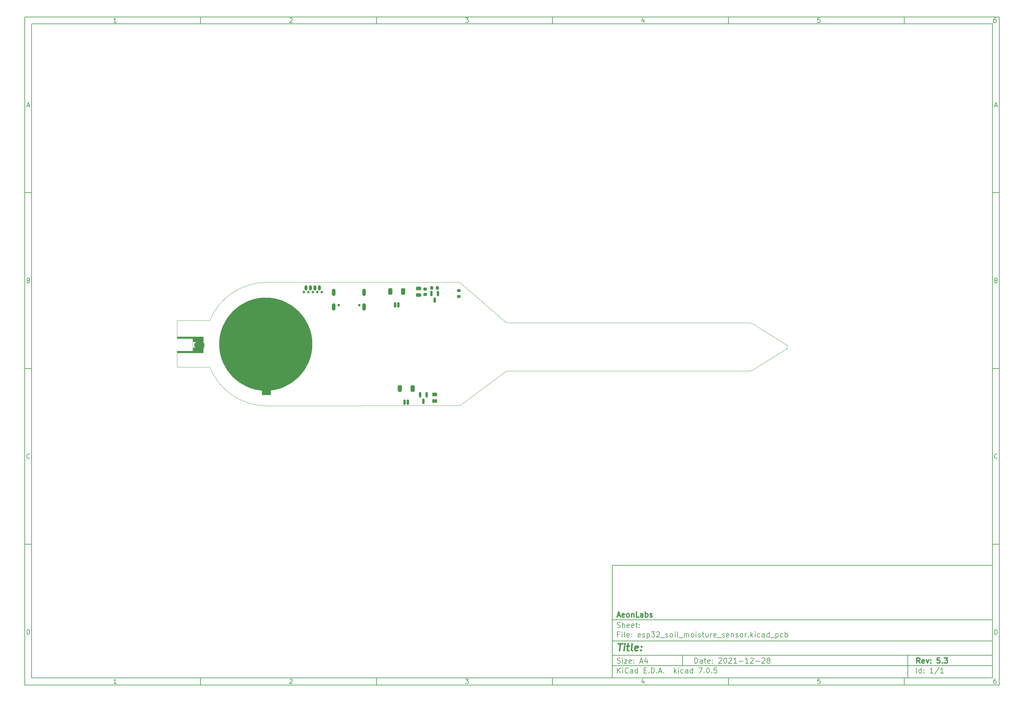
<source format=gbr>
%TF.GenerationSoftware,KiCad,Pcbnew,7.0.5*%
%TF.CreationDate,2023-06-02T10:03:58+02:00*%
%TF.ProjectId,esp32_soil_moisture_sensor,65737033-325f-4736-9f69-6c5f6d6f6973,5.3*%
%TF.SameCoordinates,Original*%
%TF.FileFunction,Soldermask,Bot*%
%TF.FilePolarity,Negative*%
%FSLAX46Y46*%
G04 Gerber Fmt 4.6, Leading zero omitted, Abs format (unit mm)*
G04 Created by KiCad (PCBNEW 7.0.5) date 2023-06-02 10:03:58*
%MOMM*%
%LPD*%
G01*
G04 APERTURE LIST*
G04 Aperture macros list*
%AMRoundRect*
0 Rectangle with rounded corners*
0 $1 Rounding radius*
0 $2 $3 $4 $5 $6 $7 $8 $9 X,Y pos of 4 corners*
0 Add a 4 corners polygon primitive as box body*
4,1,4,$2,$3,$4,$5,$6,$7,$8,$9,$2,$3,0*
0 Add four circle primitives for the rounded corners*
1,1,$1+$1,$2,$3*
1,1,$1+$1,$4,$5*
1,1,$1+$1,$6,$7*
1,1,$1+$1,$8,$9*
0 Add four rect primitives between the rounded corners*
20,1,$1+$1,$2,$3,$4,$5,0*
20,1,$1+$1,$4,$5,$6,$7,0*
20,1,$1+$1,$6,$7,$8,$9,0*
20,1,$1+$1,$8,$9,$2,$3,0*%
%AMFreePoly0*
4,1,7,1.500000,-0.775000,-1.500000,-0.775000,-1.500000,0.225000,-6.000000,0.225000,-6.000000,0.775000,1.500000,0.775000,1.500000,-0.775000,1.500000,-0.775000,$1*%
%AMFreePoly1*
4,1,8,1.500000,-0.775000,-1.500000,-0.775000,-6.000000,-0.775000,-6.000000,-0.225000,-1.500000,-0.225000,-1.500000,0.775000,1.500000,0.775000,1.500000,-0.775000,1.500000,-0.775000,$1*%
G04 Aperture macros list end*
%ADD10C,0.100000*%
%ADD11C,0.150000*%
%ADD12C,0.300000*%
%ADD13C,0.400000*%
%ADD14C,2.800000*%
%ADD15C,0.700000*%
%ADD16O,1.050000X2.100000*%
%ADD17O,0.800000X1.500000*%
%ADD18RoundRect,0.200000X0.200000X0.275000X-0.200000X0.275000X-0.200000X-0.275000X0.200000X-0.275000X0*%
%ADD19RoundRect,0.225000X-0.250000X0.225000X-0.250000X-0.225000X0.250000X-0.225000X0.250000X0.225000X0*%
%ADD20R,2.600000X1.100000*%
%ADD21FreePoly0,0.000000*%
%ADD22FreePoly1,0.000000*%
%ADD23RoundRect,0.150000X-0.150000X0.587500X-0.150000X-0.587500X0.150000X-0.587500X0.150000X0.587500X0*%
%ADD24RoundRect,0.150000X-0.150000X-0.625000X0.150000X-0.625000X0.150000X0.625000X-0.150000X0.625000X0*%
%ADD25RoundRect,0.250000X-0.350000X-0.650000X0.350000X-0.650000X0.350000X0.650000X-0.350000X0.650000X0*%
%ADD26R,2.500000X2.500000*%
%ADD27C,26.500000*%
%ADD28RoundRect,0.200000X0.275000X-0.200000X0.275000X0.200000X-0.275000X0.200000X-0.275000X-0.200000X0*%
%ADD29RoundRect,0.250000X-0.450000X0.262500X-0.450000X-0.262500X0.450000X-0.262500X0.450000X0.262500X0*%
%ADD30RoundRect,0.250000X-0.475000X0.250000X-0.475000X-0.250000X0.475000X-0.250000X0.475000X0.250000X0*%
%TA.AperFunction,Profile*%
%ADD31C,0.050000*%
%TD*%
%TA.AperFunction,Profile*%
%ADD32C,0.100000*%
%TD*%
G04 APERTURE END LIST*
D10*
D11*
X177002200Y-166007200D02*
X285002200Y-166007200D01*
X285002200Y-198007200D01*
X177002200Y-198007200D01*
X177002200Y-166007200D01*
D10*
D11*
X10000000Y-10000000D02*
X287002200Y-10000000D01*
X287002200Y-200007200D01*
X10000000Y-200007200D01*
X10000000Y-10000000D01*
D10*
D11*
X12000000Y-12000000D02*
X285002200Y-12000000D01*
X285002200Y-198007200D01*
X12000000Y-198007200D01*
X12000000Y-12000000D01*
D10*
D11*
X60000000Y-12000000D02*
X60000000Y-10000000D01*
D10*
D11*
X110000000Y-12000000D02*
X110000000Y-10000000D01*
D10*
D11*
X160000000Y-12000000D02*
X160000000Y-10000000D01*
D10*
D11*
X210000000Y-12000000D02*
X210000000Y-10000000D01*
D10*
D11*
X260000000Y-12000000D02*
X260000000Y-10000000D01*
D10*
D11*
X36089160Y-11593604D02*
X35346303Y-11593604D01*
X35717731Y-11593604D02*
X35717731Y-10293604D01*
X35717731Y-10293604D02*
X35593922Y-10479319D01*
X35593922Y-10479319D02*
X35470112Y-10603128D01*
X35470112Y-10603128D02*
X35346303Y-10665033D01*
D10*
D11*
X85346303Y-10417414D02*
X85408207Y-10355509D01*
X85408207Y-10355509D02*
X85532017Y-10293604D01*
X85532017Y-10293604D02*
X85841541Y-10293604D01*
X85841541Y-10293604D02*
X85965350Y-10355509D01*
X85965350Y-10355509D02*
X86027255Y-10417414D01*
X86027255Y-10417414D02*
X86089160Y-10541223D01*
X86089160Y-10541223D02*
X86089160Y-10665033D01*
X86089160Y-10665033D02*
X86027255Y-10850747D01*
X86027255Y-10850747D02*
X85284398Y-11593604D01*
X85284398Y-11593604D02*
X86089160Y-11593604D01*
D10*
D11*
X135284398Y-10293604D02*
X136089160Y-10293604D01*
X136089160Y-10293604D02*
X135655826Y-10788842D01*
X135655826Y-10788842D02*
X135841541Y-10788842D01*
X135841541Y-10788842D02*
X135965350Y-10850747D01*
X135965350Y-10850747D02*
X136027255Y-10912652D01*
X136027255Y-10912652D02*
X136089160Y-11036461D01*
X136089160Y-11036461D02*
X136089160Y-11345985D01*
X136089160Y-11345985D02*
X136027255Y-11469795D01*
X136027255Y-11469795D02*
X135965350Y-11531700D01*
X135965350Y-11531700D02*
X135841541Y-11593604D01*
X135841541Y-11593604D02*
X135470112Y-11593604D01*
X135470112Y-11593604D02*
X135346303Y-11531700D01*
X135346303Y-11531700D02*
X135284398Y-11469795D01*
D10*
D11*
X185965350Y-10726938D02*
X185965350Y-11593604D01*
X185655826Y-10231700D02*
X185346303Y-11160271D01*
X185346303Y-11160271D02*
X186151064Y-11160271D01*
D10*
D11*
X236027255Y-10293604D02*
X235408207Y-10293604D01*
X235408207Y-10293604D02*
X235346303Y-10912652D01*
X235346303Y-10912652D02*
X235408207Y-10850747D01*
X235408207Y-10850747D02*
X235532017Y-10788842D01*
X235532017Y-10788842D02*
X235841541Y-10788842D01*
X235841541Y-10788842D02*
X235965350Y-10850747D01*
X235965350Y-10850747D02*
X236027255Y-10912652D01*
X236027255Y-10912652D02*
X236089160Y-11036461D01*
X236089160Y-11036461D02*
X236089160Y-11345985D01*
X236089160Y-11345985D02*
X236027255Y-11469795D01*
X236027255Y-11469795D02*
X235965350Y-11531700D01*
X235965350Y-11531700D02*
X235841541Y-11593604D01*
X235841541Y-11593604D02*
X235532017Y-11593604D01*
X235532017Y-11593604D02*
X235408207Y-11531700D01*
X235408207Y-11531700D02*
X235346303Y-11469795D01*
D10*
D11*
X285965350Y-10293604D02*
X285717731Y-10293604D01*
X285717731Y-10293604D02*
X285593922Y-10355509D01*
X285593922Y-10355509D02*
X285532017Y-10417414D01*
X285532017Y-10417414D02*
X285408207Y-10603128D01*
X285408207Y-10603128D02*
X285346303Y-10850747D01*
X285346303Y-10850747D02*
X285346303Y-11345985D01*
X285346303Y-11345985D02*
X285408207Y-11469795D01*
X285408207Y-11469795D02*
X285470112Y-11531700D01*
X285470112Y-11531700D02*
X285593922Y-11593604D01*
X285593922Y-11593604D02*
X285841541Y-11593604D01*
X285841541Y-11593604D02*
X285965350Y-11531700D01*
X285965350Y-11531700D02*
X286027255Y-11469795D01*
X286027255Y-11469795D02*
X286089160Y-11345985D01*
X286089160Y-11345985D02*
X286089160Y-11036461D01*
X286089160Y-11036461D02*
X286027255Y-10912652D01*
X286027255Y-10912652D02*
X285965350Y-10850747D01*
X285965350Y-10850747D02*
X285841541Y-10788842D01*
X285841541Y-10788842D02*
X285593922Y-10788842D01*
X285593922Y-10788842D02*
X285470112Y-10850747D01*
X285470112Y-10850747D02*
X285408207Y-10912652D01*
X285408207Y-10912652D02*
X285346303Y-11036461D01*
D10*
D11*
X60000000Y-198007200D02*
X60000000Y-200007200D01*
D10*
D11*
X110000000Y-198007200D02*
X110000000Y-200007200D01*
D10*
D11*
X160000000Y-198007200D02*
X160000000Y-200007200D01*
D10*
D11*
X210000000Y-198007200D02*
X210000000Y-200007200D01*
D10*
D11*
X260000000Y-198007200D02*
X260000000Y-200007200D01*
D10*
D11*
X36089160Y-199600804D02*
X35346303Y-199600804D01*
X35717731Y-199600804D02*
X35717731Y-198300804D01*
X35717731Y-198300804D02*
X35593922Y-198486519D01*
X35593922Y-198486519D02*
X35470112Y-198610328D01*
X35470112Y-198610328D02*
X35346303Y-198672233D01*
D10*
D11*
X85346303Y-198424614D02*
X85408207Y-198362709D01*
X85408207Y-198362709D02*
X85532017Y-198300804D01*
X85532017Y-198300804D02*
X85841541Y-198300804D01*
X85841541Y-198300804D02*
X85965350Y-198362709D01*
X85965350Y-198362709D02*
X86027255Y-198424614D01*
X86027255Y-198424614D02*
X86089160Y-198548423D01*
X86089160Y-198548423D02*
X86089160Y-198672233D01*
X86089160Y-198672233D02*
X86027255Y-198857947D01*
X86027255Y-198857947D02*
X85284398Y-199600804D01*
X85284398Y-199600804D02*
X86089160Y-199600804D01*
D10*
D11*
X135284398Y-198300804D02*
X136089160Y-198300804D01*
X136089160Y-198300804D02*
X135655826Y-198796042D01*
X135655826Y-198796042D02*
X135841541Y-198796042D01*
X135841541Y-198796042D02*
X135965350Y-198857947D01*
X135965350Y-198857947D02*
X136027255Y-198919852D01*
X136027255Y-198919852D02*
X136089160Y-199043661D01*
X136089160Y-199043661D02*
X136089160Y-199353185D01*
X136089160Y-199353185D02*
X136027255Y-199476995D01*
X136027255Y-199476995D02*
X135965350Y-199538900D01*
X135965350Y-199538900D02*
X135841541Y-199600804D01*
X135841541Y-199600804D02*
X135470112Y-199600804D01*
X135470112Y-199600804D02*
X135346303Y-199538900D01*
X135346303Y-199538900D02*
X135284398Y-199476995D01*
D10*
D11*
X185965350Y-198734138D02*
X185965350Y-199600804D01*
X185655826Y-198238900D02*
X185346303Y-199167471D01*
X185346303Y-199167471D02*
X186151064Y-199167471D01*
D10*
D11*
X236027255Y-198300804D02*
X235408207Y-198300804D01*
X235408207Y-198300804D02*
X235346303Y-198919852D01*
X235346303Y-198919852D02*
X235408207Y-198857947D01*
X235408207Y-198857947D02*
X235532017Y-198796042D01*
X235532017Y-198796042D02*
X235841541Y-198796042D01*
X235841541Y-198796042D02*
X235965350Y-198857947D01*
X235965350Y-198857947D02*
X236027255Y-198919852D01*
X236027255Y-198919852D02*
X236089160Y-199043661D01*
X236089160Y-199043661D02*
X236089160Y-199353185D01*
X236089160Y-199353185D02*
X236027255Y-199476995D01*
X236027255Y-199476995D02*
X235965350Y-199538900D01*
X235965350Y-199538900D02*
X235841541Y-199600804D01*
X235841541Y-199600804D02*
X235532017Y-199600804D01*
X235532017Y-199600804D02*
X235408207Y-199538900D01*
X235408207Y-199538900D02*
X235346303Y-199476995D01*
D10*
D11*
X285965350Y-198300804D02*
X285717731Y-198300804D01*
X285717731Y-198300804D02*
X285593922Y-198362709D01*
X285593922Y-198362709D02*
X285532017Y-198424614D01*
X285532017Y-198424614D02*
X285408207Y-198610328D01*
X285408207Y-198610328D02*
X285346303Y-198857947D01*
X285346303Y-198857947D02*
X285346303Y-199353185D01*
X285346303Y-199353185D02*
X285408207Y-199476995D01*
X285408207Y-199476995D02*
X285470112Y-199538900D01*
X285470112Y-199538900D02*
X285593922Y-199600804D01*
X285593922Y-199600804D02*
X285841541Y-199600804D01*
X285841541Y-199600804D02*
X285965350Y-199538900D01*
X285965350Y-199538900D02*
X286027255Y-199476995D01*
X286027255Y-199476995D02*
X286089160Y-199353185D01*
X286089160Y-199353185D02*
X286089160Y-199043661D01*
X286089160Y-199043661D02*
X286027255Y-198919852D01*
X286027255Y-198919852D02*
X285965350Y-198857947D01*
X285965350Y-198857947D02*
X285841541Y-198796042D01*
X285841541Y-198796042D02*
X285593922Y-198796042D01*
X285593922Y-198796042D02*
X285470112Y-198857947D01*
X285470112Y-198857947D02*
X285408207Y-198919852D01*
X285408207Y-198919852D02*
X285346303Y-199043661D01*
D10*
D11*
X10000000Y-60000000D02*
X12000000Y-60000000D01*
D10*
D11*
X10000000Y-110000000D02*
X12000000Y-110000000D01*
D10*
D11*
X10000000Y-160000000D02*
X12000000Y-160000000D01*
D10*
D11*
X10690476Y-35222176D02*
X11309523Y-35222176D01*
X10566666Y-35593604D02*
X10999999Y-34293604D01*
X10999999Y-34293604D02*
X11433333Y-35593604D01*
D10*
D11*
X11092857Y-84912652D02*
X11278571Y-84974557D01*
X11278571Y-84974557D02*
X11340476Y-85036461D01*
X11340476Y-85036461D02*
X11402380Y-85160271D01*
X11402380Y-85160271D02*
X11402380Y-85345985D01*
X11402380Y-85345985D02*
X11340476Y-85469795D01*
X11340476Y-85469795D02*
X11278571Y-85531700D01*
X11278571Y-85531700D02*
X11154761Y-85593604D01*
X11154761Y-85593604D02*
X10659523Y-85593604D01*
X10659523Y-85593604D02*
X10659523Y-84293604D01*
X10659523Y-84293604D02*
X11092857Y-84293604D01*
X11092857Y-84293604D02*
X11216666Y-84355509D01*
X11216666Y-84355509D02*
X11278571Y-84417414D01*
X11278571Y-84417414D02*
X11340476Y-84541223D01*
X11340476Y-84541223D02*
X11340476Y-84665033D01*
X11340476Y-84665033D02*
X11278571Y-84788842D01*
X11278571Y-84788842D02*
X11216666Y-84850747D01*
X11216666Y-84850747D02*
X11092857Y-84912652D01*
X11092857Y-84912652D02*
X10659523Y-84912652D01*
D10*
D11*
X11402380Y-135469795D02*
X11340476Y-135531700D01*
X11340476Y-135531700D02*
X11154761Y-135593604D01*
X11154761Y-135593604D02*
X11030952Y-135593604D01*
X11030952Y-135593604D02*
X10845238Y-135531700D01*
X10845238Y-135531700D02*
X10721428Y-135407890D01*
X10721428Y-135407890D02*
X10659523Y-135284080D01*
X10659523Y-135284080D02*
X10597619Y-135036461D01*
X10597619Y-135036461D02*
X10597619Y-134850747D01*
X10597619Y-134850747D02*
X10659523Y-134603128D01*
X10659523Y-134603128D02*
X10721428Y-134479319D01*
X10721428Y-134479319D02*
X10845238Y-134355509D01*
X10845238Y-134355509D02*
X11030952Y-134293604D01*
X11030952Y-134293604D02*
X11154761Y-134293604D01*
X11154761Y-134293604D02*
X11340476Y-134355509D01*
X11340476Y-134355509D02*
X11402380Y-134417414D01*
D10*
D11*
X10659523Y-185593604D02*
X10659523Y-184293604D01*
X10659523Y-184293604D02*
X10969047Y-184293604D01*
X10969047Y-184293604D02*
X11154761Y-184355509D01*
X11154761Y-184355509D02*
X11278571Y-184479319D01*
X11278571Y-184479319D02*
X11340476Y-184603128D01*
X11340476Y-184603128D02*
X11402380Y-184850747D01*
X11402380Y-184850747D02*
X11402380Y-185036461D01*
X11402380Y-185036461D02*
X11340476Y-185284080D01*
X11340476Y-185284080D02*
X11278571Y-185407890D01*
X11278571Y-185407890D02*
X11154761Y-185531700D01*
X11154761Y-185531700D02*
X10969047Y-185593604D01*
X10969047Y-185593604D02*
X10659523Y-185593604D01*
D10*
D11*
X287002200Y-60000000D02*
X285002200Y-60000000D01*
D10*
D11*
X287002200Y-110000000D02*
X285002200Y-110000000D01*
D10*
D11*
X287002200Y-160000000D02*
X285002200Y-160000000D01*
D10*
D11*
X285692676Y-35222176D02*
X286311723Y-35222176D01*
X285568866Y-35593604D02*
X286002199Y-34293604D01*
X286002199Y-34293604D02*
X286435533Y-35593604D01*
D10*
D11*
X286095057Y-84912652D02*
X286280771Y-84974557D01*
X286280771Y-84974557D02*
X286342676Y-85036461D01*
X286342676Y-85036461D02*
X286404580Y-85160271D01*
X286404580Y-85160271D02*
X286404580Y-85345985D01*
X286404580Y-85345985D02*
X286342676Y-85469795D01*
X286342676Y-85469795D02*
X286280771Y-85531700D01*
X286280771Y-85531700D02*
X286156961Y-85593604D01*
X286156961Y-85593604D02*
X285661723Y-85593604D01*
X285661723Y-85593604D02*
X285661723Y-84293604D01*
X285661723Y-84293604D02*
X286095057Y-84293604D01*
X286095057Y-84293604D02*
X286218866Y-84355509D01*
X286218866Y-84355509D02*
X286280771Y-84417414D01*
X286280771Y-84417414D02*
X286342676Y-84541223D01*
X286342676Y-84541223D02*
X286342676Y-84665033D01*
X286342676Y-84665033D02*
X286280771Y-84788842D01*
X286280771Y-84788842D02*
X286218866Y-84850747D01*
X286218866Y-84850747D02*
X286095057Y-84912652D01*
X286095057Y-84912652D02*
X285661723Y-84912652D01*
D10*
D11*
X286404580Y-135469795D02*
X286342676Y-135531700D01*
X286342676Y-135531700D02*
X286156961Y-135593604D01*
X286156961Y-135593604D02*
X286033152Y-135593604D01*
X286033152Y-135593604D02*
X285847438Y-135531700D01*
X285847438Y-135531700D02*
X285723628Y-135407890D01*
X285723628Y-135407890D02*
X285661723Y-135284080D01*
X285661723Y-135284080D02*
X285599819Y-135036461D01*
X285599819Y-135036461D02*
X285599819Y-134850747D01*
X285599819Y-134850747D02*
X285661723Y-134603128D01*
X285661723Y-134603128D02*
X285723628Y-134479319D01*
X285723628Y-134479319D02*
X285847438Y-134355509D01*
X285847438Y-134355509D02*
X286033152Y-134293604D01*
X286033152Y-134293604D02*
X286156961Y-134293604D01*
X286156961Y-134293604D02*
X286342676Y-134355509D01*
X286342676Y-134355509D02*
X286404580Y-134417414D01*
D10*
D11*
X285661723Y-185593604D02*
X285661723Y-184293604D01*
X285661723Y-184293604D02*
X285971247Y-184293604D01*
X285971247Y-184293604D02*
X286156961Y-184355509D01*
X286156961Y-184355509D02*
X286280771Y-184479319D01*
X286280771Y-184479319D02*
X286342676Y-184603128D01*
X286342676Y-184603128D02*
X286404580Y-184850747D01*
X286404580Y-184850747D02*
X286404580Y-185036461D01*
X286404580Y-185036461D02*
X286342676Y-185284080D01*
X286342676Y-185284080D02*
X286280771Y-185407890D01*
X286280771Y-185407890D02*
X286156961Y-185531700D01*
X286156961Y-185531700D02*
X285971247Y-185593604D01*
X285971247Y-185593604D02*
X285661723Y-185593604D01*
D10*
D11*
X200458026Y-193793328D02*
X200458026Y-192293328D01*
X200458026Y-192293328D02*
X200815169Y-192293328D01*
X200815169Y-192293328D02*
X201029455Y-192364757D01*
X201029455Y-192364757D02*
X201172312Y-192507614D01*
X201172312Y-192507614D02*
X201243741Y-192650471D01*
X201243741Y-192650471D02*
X201315169Y-192936185D01*
X201315169Y-192936185D02*
X201315169Y-193150471D01*
X201315169Y-193150471D02*
X201243741Y-193436185D01*
X201243741Y-193436185D02*
X201172312Y-193579042D01*
X201172312Y-193579042D02*
X201029455Y-193721900D01*
X201029455Y-193721900D02*
X200815169Y-193793328D01*
X200815169Y-193793328D02*
X200458026Y-193793328D01*
X202600884Y-193793328D02*
X202600884Y-193007614D01*
X202600884Y-193007614D02*
X202529455Y-192864757D01*
X202529455Y-192864757D02*
X202386598Y-192793328D01*
X202386598Y-192793328D02*
X202100884Y-192793328D01*
X202100884Y-192793328D02*
X201958026Y-192864757D01*
X202600884Y-193721900D02*
X202458026Y-193793328D01*
X202458026Y-193793328D02*
X202100884Y-193793328D01*
X202100884Y-193793328D02*
X201958026Y-193721900D01*
X201958026Y-193721900D02*
X201886598Y-193579042D01*
X201886598Y-193579042D02*
X201886598Y-193436185D01*
X201886598Y-193436185D02*
X201958026Y-193293328D01*
X201958026Y-193293328D02*
X202100884Y-193221900D01*
X202100884Y-193221900D02*
X202458026Y-193221900D01*
X202458026Y-193221900D02*
X202600884Y-193150471D01*
X203100884Y-192793328D02*
X203672312Y-192793328D01*
X203315169Y-192293328D02*
X203315169Y-193579042D01*
X203315169Y-193579042D02*
X203386598Y-193721900D01*
X203386598Y-193721900D02*
X203529455Y-193793328D01*
X203529455Y-193793328D02*
X203672312Y-193793328D01*
X204743741Y-193721900D02*
X204600884Y-193793328D01*
X204600884Y-193793328D02*
X204315170Y-193793328D01*
X204315170Y-193793328D02*
X204172312Y-193721900D01*
X204172312Y-193721900D02*
X204100884Y-193579042D01*
X204100884Y-193579042D02*
X204100884Y-193007614D01*
X204100884Y-193007614D02*
X204172312Y-192864757D01*
X204172312Y-192864757D02*
X204315170Y-192793328D01*
X204315170Y-192793328D02*
X204600884Y-192793328D01*
X204600884Y-192793328D02*
X204743741Y-192864757D01*
X204743741Y-192864757D02*
X204815170Y-193007614D01*
X204815170Y-193007614D02*
X204815170Y-193150471D01*
X204815170Y-193150471D02*
X204100884Y-193293328D01*
X205458026Y-193650471D02*
X205529455Y-193721900D01*
X205529455Y-193721900D02*
X205458026Y-193793328D01*
X205458026Y-193793328D02*
X205386598Y-193721900D01*
X205386598Y-193721900D02*
X205458026Y-193650471D01*
X205458026Y-193650471D02*
X205458026Y-193793328D01*
X205458026Y-192864757D02*
X205529455Y-192936185D01*
X205529455Y-192936185D02*
X205458026Y-193007614D01*
X205458026Y-193007614D02*
X205386598Y-192936185D01*
X205386598Y-192936185D02*
X205458026Y-192864757D01*
X205458026Y-192864757D02*
X205458026Y-193007614D01*
X207243741Y-192436185D02*
X207315169Y-192364757D01*
X207315169Y-192364757D02*
X207458027Y-192293328D01*
X207458027Y-192293328D02*
X207815169Y-192293328D01*
X207815169Y-192293328D02*
X207958027Y-192364757D01*
X207958027Y-192364757D02*
X208029455Y-192436185D01*
X208029455Y-192436185D02*
X208100884Y-192579042D01*
X208100884Y-192579042D02*
X208100884Y-192721900D01*
X208100884Y-192721900D02*
X208029455Y-192936185D01*
X208029455Y-192936185D02*
X207172312Y-193793328D01*
X207172312Y-193793328D02*
X208100884Y-193793328D01*
X209029455Y-192293328D02*
X209172312Y-192293328D01*
X209172312Y-192293328D02*
X209315169Y-192364757D01*
X209315169Y-192364757D02*
X209386598Y-192436185D01*
X209386598Y-192436185D02*
X209458026Y-192579042D01*
X209458026Y-192579042D02*
X209529455Y-192864757D01*
X209529455Y-192864757D02*
X209529455Y-193221900D01*
X209529455Y-193221900D02*
X209458026Y-193507614D01*
X209458026Y-193507614D02*
X209386598Y-193650471D01*
X209386598Y-193650471D02*
X209315169Y-193721900D01*
X209315169Y-193721900D02*
X209172312Y-193793328D01*
X209172312Y-193793328D02*
X209029455Y-193793328D01*
X209029455Y-193793328D02*
X208886598Y-193721900D01*
X208886598Y-193721900D02*
X208815169Y-193650471D01*
X208815169Y-193650471D02*
X208743740Y-193507614D01*
X208743740Y-193507614D02*
X208672312Y-193221900D01*
X208672312Y-193221900D02*
X208672312Y-192864757D01*
X208672312Y-192864757D02*
X208743740Y-192579042D01*
X208743740Y-192579042D02*
X208815169Y-192436185D01*
X208815169Y-192436185D02*
X208886598Y-192364757D01*
X208886598Y-192364757D02*
X209029455Y-192293328D01*
X210100883Y-192436185D02*
X210172311Y-192364757D01*
X210172311Y-192364757D02*
X210315169Y-192293328D01*
X210315169Y-192293328D02*
X210672311Y-192293328D01*
X210672311Y-192293328D02*
X210815169Y-192364757D01*
X210815169Y-192364757D02*
X210886597Y-192436185D01*
X210886597Y-192436185D02*
X210958026Y-192579042D01*
X210958026Y-192579042D02*
X210958026Y-192721900D01*
X210958026Y-192721900D02*
X210886597Y-192936185D01*
X210886597Y-192936185D02*
X210029454Y-193793328D01*
X210029454Y-193793328D02*
X210958026Y-193793328D01*
X212386597Y-193793328D02*
X211529454Y-193793328D01*
X211958025Y-193793328D02*
X211958025Y-192293328D01*
X211958025Y-192293328D02*
X211815168Y-192507614D01*
X211815168Y-192507614D02*
X211672311Y-192650471D01*
X211672311Y-192650471D02*
X211529454Y-192721900D01*
X213029453Y-193221900D02*
X214172311Y-193221900D01*
X215672311Y-193793328D02*
X214815168Y-193793328D01*
X215243739Y-193793328D02*
X215243739Y-192293328D01*
X215243739Y-192293328D02*
X215100882Y-192507614D01*
X215100882Y-192507614D02*
X214958025Y-192650471D01*
X214958025Y-192650471D02*
X214815168Y-192721900D01*
X216243739Y-192436185D02*
X216315167Y-192364757D01*
X216315167Y-192364757D02*
X216458025Y-192293328D01*
X216458025Y-192293328D02*
X216815167Y-192293328D01*
X216815167Y-192293328D02*
X216958025Y-192364757D01*
X216958025Y-192364757D02*
X217029453Y-192436185D01*
X217029453Y-192436185D02*
X217100882Y-192579042D01*
X217100882Y-192579042D02*
X217100882Y-192721900D01*
X217100882Y-192721900D02*
X217029453Y-192936185D01*
X217029453Y-192936185D02*
X216172310Y-193793328D01*
X216172310Y-193793328D02*
X217100882Y-193793328D01*
X217743738Y-193221900D02*
X218886596Y-193221900D01*
X219529453Y-192436185D02*
X219600881Y-192364757D01*
X219600881Y-192364757D02*
X219743739Y-192293328D01*
X219743739Y-192293328D02*
X220100881Y-192293328D01*
X220100881Y-192293328D02*
X220243739Y-192364757D01*
X220243739Y-192364757D02*
X220315167Y-192436185D01*
X220315167Y-192436185D02*
X220386596Y-192579042D01*
X220386596Y-192579042D02*
X220386596Y-192721900D01*
X220386596Y-192721900D02*
X220315167Y-192936185D01*
X220315167Y-192936185D02*
X219458024Y-193793328D01*
X219458024Y-193793328D02*
X220386596Y-193793328D01*
X221243738Y-192936185D02*
X221100881Y-192864757D01*
X221100881Y-192864757D02*
X221029452Y-192793328D01*
X221029452Y-192793328D02*
X220958024Y-192650471D01*
X220958024Y-192650471D02*
X220958024Y-192579042D01*
X220958024Y-192579042D02*
X221029452Y-192436185D01*
X221029452Y-192436185D02*
X221100881Y-192364757D01*
X221100881Y-192364757D02*
X221243738Y-192293328D01*
X221243738Y-192293328D02*
X221529452Y-192293328D01*
X221529452Y-192293328D02*
X221672310Y-192364757D01*
X221672310Y-192364757D02*
X221743738Y-192436185D01*
X221743738Y-192436185D02*
X221815167Y-192579042D01*
X221815167Y-192579042D02*
X221815167Y-192650471D01*
X221815167Y-192650471D02*
X221743738Y-192793328D01*
X221743738Y-192793328D02*
X221672310Y-192864757D01*
X221672310Y-192864757D02*
X221529452Y-192936185D01*
X221529452Y-192936185D02*
X221243738Y-192936185D01*
X221243738Y-192936185D02*
X221100881Y-193007614D01*
X221100881Y-193007614D02*
X221029452Y-193079042D01*
X221029452Y-193079042D02*
X220958024Y-193221900D01*
X220958024Y-193221900D02*
X220958024Y-193507614D01*
X220958024Y-193507614D02*
X221029452Y-193650471D01*
X221029452Y-193650471D02*
X221100881Y-193721900D01*
X221100881Y-193721900D02*
X221243738Y-193793328D01*
X221243738Y-193793328D02*
X221529452Y-193793328D01*
X221529452Y-193793328D02*
X221672310Y-193721900D01*
X221672310Y-193721900D02*
X221743738Y-193650471D01*
X221743738Y-193650471D02*
X221815167Y-193507614D01*
X221815167Y-193507614D02*
X221815167Y-193221900D01*
X221815167Y-193221900D02*
X221743738Y-193079042D01*
X221743738Y-193079042D02*
X221672310Y-193007614D01*
X221672310Y-193007614D02*
X221529452Y-192936185D01*
D10*
D11*
X177002200Y-194507200D02*
X285002200Y-194507200D01*
D10*
D11*
X178458026Y-196593328D02*
X178458026Y-195093328D01*
X179315169Y-196593328D02*
X178672312Y-195736185D01*
X179315169Y-195093328D02*
X178458026Y-195950471D01*
X179958026Y-196593328D02*
X179958026Y-195593328D01*
X179958026Y-195093328D02*
X179886598Y-195164757D01*
X179886598Y-195164757D02*
X179958026Y-195236185D01*
X179958026Y-195236185D02*
X180029455Y-195164757D01*
X180029455Y-195164757D02*
X179958026Y-195093328D01*
X179958026Y-195093328D02*
X179958026Y-195236185D01*
X181529455Y-196450471D02*
X181458027Y-196521900D01*
X181458027Y-196521900D02*
X181243741Y-196593328D01*
X181243741Y-196593328D02*
X181100884Y-196593328D01*
X181100884Y-196593328D02*
X180886598Y-196521900D01*
X180886598Y-196521900D02*
X180743741Y-196379042D01*
X180743741Y-196379042D02*
X180672312Y-196236185D01*
X180672312Y-196236185D02*
X180600884Y-195950471D01*
X180600884Y-195950471D02*
X180600884Y-195736185D01*
X180600884Y-195736185D02*
X180672312Y-195450471D01*
X180672312Y-195450471D02*
X180743741Y-195307614D01*
X180743741Y-195307614D02*
X180886598Y-195164757D01*
X180886598Y-195164757D02*
X181100884Y-195093328D01*
X181100884Y-195093328D02*
X181243741Y-195093328D01*
X181243741Y-195093328D02*
X181458027Y-195164757D01*
X181458027Y-195164757D02*
X181529455Y-195236185D01*
X182815170Y-196593328D02*
X182815170Y-195807614D01*
X182815170Y-195807614D02*
X182743741Y-195664757D01*
X182743741Y-195664757D02*
X182600884Y-195593328D01*
X182600884Y-195593328D02*
X182315170Y-195593328D01*
X182315170Y-195593328D02*
X182172312Y-195664757D01*
X182815170Y-196521900D02*
X182672312Y-196593328D01*
X182672312Y-196593328D02*
X182315170Y-196593328D01*
X182315170Y-196593328D02*
X182172312Y-196521900D01*
X182172312Y-196521900D02*
X182100884Y-196379042D01*
X182100884Y-196379042D02*
X182100884Y-196236185D01*
X182100884Y-196236185D02*
X182172312Y-196093328D01*
X182172312Y-196093328D02*
X182315170Y-196021900D01*
X182315170Y-196021900D02*
X182672312Y-196021900D01*
X182672312Y-196021900D02*
X182815170Y-195950471D01*
X184172313Y-196593328D02*
X184172313Y-195093328D01*
X184172313Y-196521900D02*
X184029455Y-196593328D01*
X184029455Y-196593328D02*
X183743741Y-196593328D01*
X183743741Y-196593328D02*
X183600884Y-196521900D01*
X183600884Y-196521900D02*
X183529455Y-196450471D01*
X183529455Y-196450471D02*
X183458027Y-196307614D01*
X183458027Y-196307614D02*
X183458027Y-195879042D01*
X183458027Y-195879042D02*
X183529455Y-195736185D01*
X183529455Y-195736185D02*
X183600884Y-195664757D01*
X183600884Y-195664757D02*
X183743741Y-195593328D01*
X183743741Y-195593328D02*
X184029455Y-195593328D01*
X184029455Y-195593328D02*
X184172313Y-195664757D01*
X186029455Y-195807614D02*
X186529455Y-195807614D01*
X186743741Y-196593328D02*
X186029455Y-196593328D01*
X186029455Y-196593328D02*
X186029455Y-195093328D01*
X186029455Y-195093328D02*
X186743741Y-195093328D01*
X187386598Y-196450471D02*
X187458027Y-196521900D01*
X187458027Y-196521900D02*
X187386598Y-196593328D01*
X187386598Y-196593328D02*
X187315170Y-196521900D01*
X187315170Y-196521900D02*
X187386598Y-196450471D01*
X187386598Y-196450471D02*
X187386598Y-196593328D01*
X188100884Y-196593328D02*
X188100884Y-195093328D01*
X188100884Y-195093328D02*
X188458027Y-195093328D01*
X188458027Y-195093328D02*
X188672313Y-195164757D01*
X188672313Y-195164757D02*
X188815170Y-195307614D01*
X188815170Y-195307614D02*
X188886599Y-195450471D01*
X188886599Y-195450471D02*
X188958027Y-195736185D01*
X188958027Y-195736185D02*
X188958027Y-195950471D01*
X188958027Y-195950471D02*
X188886599Y-196236185D01*
X188886599Y-196236185D02*
X188815170Y-196379042D01*
X188815170Y-196379042D02*
X188672313Y-196521900D01*
X188672313Y-196521900D02*
X188458027Y-196593328D01*
X188458027Y-196593328D02*
X188100884Y-196593328D01*
X189600884Y-196450471D02*
X189672313Y-196521900D01*
X189672313Y-196521900D02*
X189600884Y-196593328D01*
X189600884Y-196593328D02*
X189529456Y-196521900D01*
X189529456Y-196521900D02*
X189600884Y-196450471D01*
X189600884Y-196450471D02*
X189600884Y-196593328D01*
X190243742Y-196164757D02*
X190958028Y-196164757D01*
X190100885Y-196593328D02*
X190600885Y-195093328D01*
X190600885Y-195093328D02*
X191100885Y-196593328D01*
X191600884Y-196450471D02*
X191672313Y-196521900D01*
X191672313Y-196521900D02*
X191600884Y-196593328D01*
X191600884Y-196593328D02*
X191529456Y-196521900D01*
X191529456Y-196521900D02*
X191600884Y-196450471D01*
X191600884Y-196450471D02*
X191600884Y-196593328D01*
X194600884Y-196593328D02*
X194600884Y-195093328D01*
X194743742Y-196021900D02*
X195172313Y-196593328D01*
X195172313Y-195593328D02*
X194600884Y-196164757D01*
X195815170Y-196593328D02*
X195815170Y-195593328D01*
X195815170Y-195093328D02*
X195743742Y-195164757D01*
X195743742Y-195164757D02*
X195815170Y-195236185D01*
X195815170Y-195236185D02*
X195886599Y-195164757D01*
X195886599Y-195164757D02*
X195815170Y-195093328D01*
X195815170Y-195093328D02*
X195815170Y-195236185D01*
X197172314Y-196521900D02*
X197029456Y-196593328D01*
X197029456Y-196593328D02*
X196743742Y-196593328D01*
X196743742Y-196593328D02*
X196600885Y-196521900D01*
X196600885Y-196521900D02*
X196529456Y-196450471D01*
X196529456Y-196450471D02*
X196458028Y-196307614D01*
X196458028Y-196307614D02*
X196458028Y-195879042D01*
X196458028Y-195879042D02*
X196529456Y-195736185D01*
X196529456Y-195736185D02*
X196600885Y-195664757D01*
X196600885Y-195664757D02*
X196743742Y-195593328D01*
X196743742Y-195593328D02*
X197029456Y-195593328D01*
X197029456Y-195593328D02*
X197172314Y-195664757D01*
X198458028Y-196593328D02*
X198458028Y-195807614D01*
X198458028Y-195807614D02*
X198386599Y-195664757D01*
X198386599Y-195664757D02*
X198243742Y-195593328D01*
X198243742Y-195593328D02*
X197958028Y-195593328D01*
X197958028Y-195593328D02*
X197815170Y-195664757D01*
X198458028Y-196521900D02*
X198315170Y-196593328D01*
X198315170Y-196593328D02*
X197958028Y-196593328D01*
X197958028Y-196593328D02*
X197815170Y-196521900D01*
X197815170Y-196521900D02*
X197743742Y-196379042D01*
X197743742Y-196379042D02*
X197743742Y-196236185D01*
X197743742Y-196236185D02*
X197815170Y-196093328D01*
X197815170Y-196093328D02*
X197958028Y-196021900D01*
X197958028Y-196021900D02*
X198315170Y-196021900D01*
X198315170Y-196021900D02*
X198458028Y-195950471D01*
X199815171Y-196593328D02*
X199815171Y-195093328D01*
X199815171Y-196521900D02*
X199672313Y-196593328D01*
X199672313Y-196593328D02*
X199386599Y-196593328D01*
X199386599Y-196593328D02*
X199243742Y-196521900D01*
X199243742Y-196521900D02*
X199172313Y-196450471D01*
X199172313Y-196450471D02*
X199100885Y-196307614D01*
X199100885Y-196307614D02*
X199100885Y-195879042D01*
X199100885Y-195879042D02*
X199172313Y-195736185D01*
X199172313Y-195736185D02*
X199243742Y-195664757D01*
X199243742Y-195664757D02*
X199386599Y-195593328D01*
X199386599Y-195593328D02*
X199672313Y-195593328D01*
X199672313Y-195593328D02*
X199815171Y-195664757D01*
X201529456Y-195093328D02*
X202529456Y-195093328D01*
X202529456Y-195093328D02*
X201886599Y-196593328D01*
X203100884Y-196450471D02*
X203172313Y-196521900D01*
X203172313Y-196521900D02*
X203100884Y-196593328D01*
X203100884Y-196593328D02*
X203029456Y-196521900D01*
X203029456Y-196521900D02*
X203100884Y-196450471D01*
X203100884Y-196450471D02*
X203100884Y-196593328D01*
X204100885Y-195093328D02*
X204243742Y-195093328D01*
X204243742Y-195093328D02*
X204386599Y-195164757D01*
X204386599Y-195164757D02*
X204458028Y-195236185D01*
X204458028Y-195236185D02*
X204529456Y-195379042D01*
X204529456Y-195379042D02*
X204600885Y-195664757D01*
X204600885Y-195664757D02*
X204600885Y-196021900D01*
X204600885Y-196021900D02*
X204529456Y-196307614D01*
X204529456Y-196307614D02*
X204458028Y-196450471D01*
X204458028Y-196450471D02*
X204386599Y-196521900D01*
X204386599Y-196521900D02*
X204243742Y-196593328D01*
X204243742Y-196593328D02*
X204100885Y-196593328D01*
X204100885Y-196593328D02*
X203958028Y-196521900D01*
X203958028Y-196521900D02*
X203886599Y-196450471D01*
X203886599Y-196450471D02*
X203815170Y-196307614D01*
X203815170Y-196307614D02*
X203743742Y-196021900D01*
X203743742Y-196021900D02*
X203743742Y-195664757D01*
X203743742Y-195664757D02*
X203815170Y-195379042D01*
X203815170Y-195379042D02*
X203886599Y-195236185D01*
X203886599Y-195236185D02*
X203958028Y-195164757D01*
X203958028Y-195164757D02*
X204100885Y-195093328D01*
X205243741Y-196450471D02*
X205315170Y-196521900D01*
X205315170Y-196521900D02*
X205243741Y-196593328D01*
X205243741Y-196593328D02*
X205172313Y-196521900D01*
X205172313Y-196521900D02*
X205243741Y-196450471D01*
X205243741Y-196450471D02*
X205243741Y-196593328D01*
X206672313Y-195093328D02*
X205958027Y-195093328D01*
X205958027Y-195093328D02*
X205886599Y-195807614D01*
X205886599Y-195807614D02*
X205958027Y-195736185D01*
X205958027Y-195736185D02*
X206100885Y-195664757D01*
X206100885Y-195664757D02*
X206458027Y-195664757D01*
X206458027Y-195664757D02*
X206600885Y-195736185D01*
X206600885Y-195736185D02*
X206672313Y-195807614D01*
X206672313Y-195807614D02*
X206743742Y-195950471D01*
X206743742Y-195950471D02*
X206743742Y-196307614D01*
X206743742Y-196307614D02*
X206672313Y-196450471D01*
X206672313Y-196450471D02*
X206600885Y-196521900D01*
X206600885Y-196521900D02*
X206458027Y-196593328D01*
X206458027Y-196593328D02*
X206100885Y-196593328D01*
X206100885Y-196593328D02*
X205958027Y-196521900D01*
X205958027Y-196521900D02*
X205886599Y-196450471D01*
D10*
D11*
X177002200Y-191507200D02*
X285002200Y-191507200D01*
D10*
D12*
X264413853Y-193785528D02*
X263913853Y-193071242D01*
X263556710Y-193785528D02*
X263556710Y-192285528D01*
X263556710Y-192285528D02*
X264128139Y-192285528D01*
X264128139Y-192285528D02*
X264270996Y-192356957D01*
X264270996Y-192356957D02*
X264342425Y-192428385D01*
X264342425Y-192428385D02*
X264413853Y-192571242D01*
X264413853Y-192571242D02*
X264413853Y-192785528D01*
X264413853Y-192785528D02*
X264342425Y-192928385D01*
X264342425Y-192928385D02*
X264270996Y-192999814D01*
X264270996Y-192999814D02*
X264128139Y-193071242D01*
X264128139Y-193071242D02*
X263556710Y-193071242D01*
X265628139Y-193714100D02*
X265485282Y-193785528D01*
X265485282Y-193785528D02*
X265199568Y-193785528D01*
X265199568Y-193785528D02*
X265056710Y-193714100D01*
X265056710Y-193714100D02*
X264985282Y-193571242D01*
X264985282Y-193571242D02*
X264985282Y-192999814D01*
X264985282Y-192999814D02*
X265056710Y-192856957D01*
X265056710Y-192856957D02*
X265199568Y-192785528D01*
X265199568Y-192785528D02*
X265485282Y-192785528D01*
X265485282Y-192785528D02*
X265628139Y-192856957D01*
X265628139Y-192856957D02*
X265699568Y-192999814D01*
X265699568Y-192999814D02*
X265699568Y-193142671D01*
X265699568Y-193142671D02*
X264985282Y-193285528D01*
X266199567Y-192785528D02*
X266556710Y-193785528D01*
X266556710Y-193785528D02*
X266913853Y-192785528D01*
X267485281Y-193642671D02*
X267556710Y-193714100D01*
X267556710Y-193714100D02*
X267485281Y-193785528D01*
X267485281Y-193785528D02*
X267413853Y-193714100D01*
X267413853Y-193714100D02*
X267485281Y-193642671D01*
X267485281Y-193642671D02*
X267485281Y-193785528D01*
X267485281Y-192856957D02*
X267556710Y-192928385D01*
X267556710Y-192928385D02*
X267485281Y-192999814D01*
X267485281Y-192999814D02*
X267413853Y-192928385D01*
X267413853Y-192928385D02*
X267485281Y-192856957D01*
X267485281Y-192856957D02*
X267485281Y-192999814D01*
X270056710Y-192285528D02*
X269342424Y-192285528D01*
X269342424Y-192285528D02*
X269270996Y-192999814D01*
X269270996Y-192999814D02*
X269342424Y-192928385D01*
X269342424Y-192928385D02*
X269485282Y-192856957D01*
X269485282Y-192856957D02*
X269842424Y-192856957D01*
X269842424Y-192856957D02*
X269985282Y-192928385D01*
X269985282Y-192928385D02*
X270056710Y-192999814D01*
X270056710Y-192999814D02*
X270128139Y-193142671D01*
X270128139Y-193142671D02*
X270128139Y-193499814D01*
X270128139Y-193499814D02*
X270056710Y-193642671D01*
X270056710Y-193642671D02*
X269985282Y-193714100D01*
X269985282Y-193714100D02*
X269842424Y-193785528D01*
X269842424Y-193785528D02*
X269485282Y-193785528D01*
X269485282Y-193785528D02*
X269342424Y-193714100D01*
X269342424Y-193714100D02*
X269270996Y-193642671D01*
X270770995Y-193642671D02*
X270842424Y-193714100D01*
X270842424Y-193714100D02*
X270770995Y-193785528D01*
X270770995Y-193785528D02*
X270699567Y-193714100D01*
X270699567Y-193714100D02*
X270770995Y-193642671D01*
X270770995Y-193642671D02*
X270770995Y-193785528D01*
X271342424Y-192285528D02*
X272270996Y-192285528D01*
X272270996Y-192285528D02*
X271770996Y-192856957D01*
X271770996Y-192856957D02*
X271985281Y-192856957D01*
X271985281Y-192856957D02*
X272128139Y-192928385D01*
X272128139Y-192928385D02*
X272199567Y-192999814D01*
X272199567Y-192999814D02*
X272270996Y-193142671D01*
X272270996Y-193142671D02*
X272270996Y-193499814D01*
X272270996Y-193499814D02*
X272199567Y-193642671D01*
X272199567Y-193642671D02*
X272128139Y-193714100D01*
X272128139Y-193714100D02*
X271985281Y-193785528D01*
X271985281Y-193785528D02*
X271556710Y-193785528D01*
X271556710Y-193785528D02*
X271413853Y-193714100D01*
X271413853Y-193714100D02*
X271342424Y-193642671D01*
D10*
D11*
X178386598Y-193721900D02*
X178600884Y-193793328D01*
X178600884Y-193793328D02*
X178958026Y-193793328D01*
X178958026Y-193793328D02*
X179100884Y-193721900D01*
X179100884Y-193721900D02*
X179172312Y-193650471D01*
X179172312Y-193650471D02*
X179243741Y-193507614D01*
X179243741Y-193507614D02*
X179243741Y-193364757D01*
X179243741Y-193364757D02*
X179172312Y-193221900D01*
X179172312Y-193221900D02*
X179100884Y-193150471D01*
X179100884Y-193150471D02*
X178958026Y-193079042D01*
X178958026Y-193079042D02*
X178672312Y-193007614D01*
X178672312Y-193007614D02*
X178529455Y-192936185D01*
X178529455Y-192936185D02*
X178458026Y-192864757D01*
X178458026Y-192864757D02*
X178386598Y-192721900D01*
X178386598Y-192721900D02*
X178386598Y-192579042D01*
X178386598Y-192579042D02*
X178458026Y-192436185D01*
X178458026Y-192436185D02*
X178529455Y-192364757D01*
X178529455Y-192364757D02*
X178672312Y-192293328D01*
X178672312Y-192293328D02*
X179029455Y-192293328D01*
X179029455Y-192293328D02*
X179243741Y-192364757D01*
X179886597Y-193793328D02*
X179886597Y-192793328D01*
X179886597Y-192293328D02*
X179815169Y-192364757D01*
X179815169Y-192364757D02*
X179886597Y-192436185D01*
X179886597Y-192436185D02*
X179958026Y-192364757D01*
X179958026Y-192364757D02*
X179886597Y-192293328D01*
X179886597Y-192293328D02*
X179886597Y-192436185D01*
X180458026Y-192793328D02*
X181243741Y-192793328D01*
X181243741Y-192793328D02*
X180458026Y-193793328D01*
X180458026Y-193793328D02*
X181243741Y-193793328D01*
X182386598Y-193721900D02*
X182243741Y-193793328D01*
X182243741Y-193793328D02*
X181958027Y-193793328D01*
X181958027Y-193793328D02*
X181815169Y-193721900D01*
X181815169Y-193721900D02*
X181743741Y-193579042D01*
X181743741Y-193579042D02*
X181743741Y-193007614D01*
X181743741Y-193007614D02*
X181815169Y-192864757D01*
X181815169Y-192864757D02*
X181958027Y-192793328D01*
X181958027Y-192793328D02*
X182243741Y-192793328D01*
X182243741Y-192793328D02*
X182386598Y-192864757D01*
X182386598Y-192864757D02*
X182458027Y-193007614D01*
X182458027Y-193007614D02*
X182458027Y-193150471D01*
X182458027Y-193150471D02*
X181743741Y-193293328D01*
X183100883Y-193650471D02*
X183172312Y-193721900D01*
X183172312Y-193721900D02*
X183100883Y-193793328D01*
X183100883Y-193793328D02*
X183029455Y-193721900D01*
X183029455Y-193721900D02*
X183100883Y-193650471D01*
X183100883Y-193650471D02*
X183100883Y-193793328D01*
X183100883Y-192864757D02*
X183172312Y-192936185D01*
X183172312Y-192936185D02*
X183100883Y-193007614D01*
X183100883Y-193007614D02*
X183029455Y-192936185D01*
X183029455Y-192936185D02*
X183100883Y-192864757D01*
X183100883Y-192864757D02*
X183100883Y-193007614D01*
X184886598Y-193364757D02*
X185600884Y-193364757D01*
X184743741Y-193793328D02*
X185243741Y-192293328D01*
X185243741Y-192293328D02*
X185743741Y-193793328D01*
X186886598Y-192793328D02*
X186886598Y-193793328D01*
X186529455Y-192221900D02*
X186172312Y-193293328D01*
X186172312Y-193293328D02*
X187100883Y-193293328D01*
D10*
D11*
X263458026Y-196593328D02*
X263458026Y-195093328D01*
X264815170Y-196593328D02*
X264815170Y-195093328D01*
X264815170Y-196521900D02*
X264672312Y-196593328D01*
X264672312Y-196593328D02*
X264386598Y-196593328D01*
X264386598Y-196593328D02*
X264243741Y-196521900D01*
X264243741Y-196521900D02*
X264172312Y-196450471D01*
X264172312Y-196450471D02*
X264100884Y-196307614D01*
X264100884Y-196307614D02*
X264100884Y-195879042D01*
X264100884Y-195879042D02*
X264172312Y-195736185D01*
X264172312Y-195736185D02*
X264243741Y-195664757D01*
X264243741Y-195664757D02*
X264386598Y-195593328D01*
X264386598Y-195593328D02*
X264672312Y-195593328D01*
X264672312Y-195593328D02*
X264815170Y-195664757D01*
X265529455Y-196450471D02*
X265600884Y-196521900D01*
X265600884Y-196521900D02*
X265529455Y-196593328D01*
X265529455Y-196593328D02*
X265458027Y-196521900D01*
X265458027Y-196521900D02*
X265529455Y-196450471D01*
X265529455Y-196450471D02*
X265529455Y-196593328D01*
X265529455Y-195664757D02*
X265600884Y-195736185D01*
X265600884Y-195736185D02*
X265529455Y-195807614D01*
X265529455Y-195807614D02*
X265458027Y-195736185D01*
X265458027Y-195736185D02*
X265529455Y-195664757D01*
X265529455Y-195664757D02*
X265529455Y-195807614D01*
X268172313Y-196593328D02*
X267315170Y-196593328D01*
X267743741Y-196593328D02*
X267743741Y-195093328D01*
X267743741Y-195093328D02*
X267600884Y-195307614D01*
X267600884Y-195307614D02*
X267458027Y-195450471D01*
X267458027Y-195450471D02*
X267315170Y-195521900D01*
X269886598Y-195021900D02*
X268600884Y-196950471D01*
X271172313Y-196593328D02*
X270315170Y-196593328D01*
X270743741Y-196593328D02*
X270743741Y-195093328D01*
X270743741Y-195093328D02*
X270600884Y-195307614D01*
X270600884Y-195307614D02*
X270458027Y-195450471D01*
X270458027Y-195450471D02*
X270315170Y-195521900D01*
D10*
D11*
X177002200Y-187507200D02*
X285002200Y-187507200D01*
D10*
D13*
X178693928Y-188211638D02*
X179836785Y-188211638D01*
X179015357Y-190211638D02*
X179265357Y-188211638D01*
X180253452Y-190211638D02*
X180420119Y-188878304D01*
X180503452Y-188211638D02*
X180396309Y-188306876D01*
X180396309Y-188306876D02*
X180479643Y-188402114D01*
X180479643Y-188402114D02*
X180586786Y-188306876D01*
X180586786Y-188306876D02*
X180503452Y-188211638D01*
X180503452Y-188211638D02*
X180479643Y-188402114D01*
X181086786Y-188878304D02*
X181848690Y-188878304D01*
X181455833Y-188211638D02*
X181241548Y-189925923D01*
X181241548Y-189925923D02*
X181312976Y-190116400D01*
X181312976Y-190116400D02*
X181491548Y-190211638D01*
X181491548Y-190211638D02*
X181682024Y-190211638D01*
X182634405Y-190211638D02*
X182455833Y-190116400D01*
X182455833Y-190116400D02*
X182384405Y-189925923D01*
X182384405Y-189925923D02*
X182598690Y-188211638D01*
X184170119Y-190116400D02*
X183967738Y-190211638D01*
X183967738Y-190211638D02*
X183586785Y-190211638D01*
X183586785Y-190211638D02*
X183408214Y-190116400D01*
X183408214Y-190116400D02*
X183336785Y-189925923D01*
X183336785Y-189925923D02*
X183432024Y-189164019D01*
X183432024Y-189164019D02*
X183551071Y-188973542D01*
X183551071Y-188973542D02*
X183753452Y-188878304D01*
X183753452Y-188878304D02*
X184134404Y-188878304D01*
X184134404Y-188878304D02*
X184312976Y-188973542D01*
X184312976Y-188973542D02*
X184384404Y-189164019D01*
X184384404Y-189164019D02*
X184360595Y-189354495D01*
X184360595Y-189354495D02*
X183384404Y-189544971D01*
X185134405Y-190021161D02*
X185217738Y-190116400D01*
X185217738Y-190116400D02*
X185110595Y-190211638D01*
X185110595Y-190211638D02*
X185027262Y-190116400D01*
X185027262Y-190116400D02*
X185134405Y-190021161D01*
X185134405Y-190021161D02*
X185110595Y-190211638D01*
X185265357Y-188973542D02*
X185348690Y-189068780D01*
X185348690Y-189068780D02*
X185241548Y-189164019D01*
X185241548Y-189164019D02*
X185158214Y-189068780D01*
X185158214Y-189068780D02*
X185265357Y-188973542D01*
X185265357Y-188973542D02*
X185241548Y-189164019D01*
D10*
D11*
X178958026Y-185607614D02*
X178458026Y-185607614D01*
X178458026Y-186393328D02*
X178458026Y-184893328D01*
X178458026Y-184893328D02*
X179172312Y-184893328D01*
X179743740Y-186393328D02*
X179743740Y-185393328D01*
X179743740Y-184893328D02*
X179672312Y-184964757D01*
X179672312Y-184964757D02*
X179743740Y-185036185D01*
X179743740Y-185036185D02*
X179815169Y-184964757D01*
X179815169Y-184964757D02*
X179743740Y-184893328D01*
X179743740Y-184893328D02*
X179743740Y-185036185D01*
X180672312Y-186393328D02*
X180529455Y-186321900D01*
X180529455Y-186321900D02*
X180458026Y-186179042D01*
X180458026Y-186179042D02*
X180458026Y-184893328D01*
X181815169Y-186321900D02*
X181672312Y-186393328D01*
X181672312Y-186393328D02*
X181386598Y-186393328D01*
X181386598Y-186393328D02*
X181243740Y-186321900D01*
X181243740Y-186321900D02*
X181172312Y-186179042D01*
X181172312Y-186179042D02*
X181172312Y-185607614D01*
X181172312Y-185607614D02*
X181243740Y-185464757D01*
X181243740Y-185464757D02*
X181386598Y-185393328D01*
X181386598Y-185393328D02*
X181672312Y-185393328D01*
X181672312Y-185393328D02*
X181815169Y-185464757D01*
X181815169Y-185464757D02*
X181886598Y-185607614D01*
X181886598Y-185607614D02*
X181886598Y-185750471D01*
X181886598Y-185750471D02*
X181172312Y-185893328D01*
X182529454Y-186250471D02*
X182600883Y-186321900D01*
X182600883Y-186321900D02*
X182529454Y-186393328D01*
X182529454Y-186393328D02*
X182458026Y-186321900D01*
X182458026Y-186321900D02*
X182529454Y-186250471D01*
X182529454Y-186250471D02*
X182529454Y-186393328D01*
X182529454Y-185464757D02*
X182600883Y-185536185D01*
X182600883Y-185536185D02*
X182529454Y-185607614D01*
X182529454Y-185607614D02*
X182458026Y-185536185D01*
X182458026Y-185536185D02*
X182529454Y-185464757D01*
X182529454Y-185464757D02*
X182529454Y-185607614D01*
X184958026Y-186321900D02*
X184815169Y-186393328D01*
X184815169Y-186393328D02*
X184529455Y-186393328D01*
X184529455Y-186393328D02*
X184386597Y-186321900D01*
X184386597Y-186321900D02*
X184315169Y-186179042D01*
X184315169Y-186179042D02*
X184315169Y-185607614D01*
X184315169Y-185607614D02*
X184386597Y-185464757D01*
X184386597Y-185464757D02*
X184529455Y-185393328D01*
X184529455Y-185393328D02*
X184815169Y-185393328D01*
X184815169Y-185393328D02*
X184958026Y-185464757D01*
X184958026Y-185464757D02*
X185029455Y-185607614D01*
X185029455Y-185607614D02*
X185029455Y-185750471D01*
X185029455Y-185750471D02*
X184315169Y-185893328D01*
X185600883Y-186321900D02*
X185743740Y-186393328D01*
X185743740Y-186393328D02*
X186029454Y-186393328D01*
X186029454Y-186393328D02*
X186172311Y-186321900D01*
X186172311Y-186321900D02*
X186243740Y-186179042D01*
X186243740Y-186179042D02*
X186243740Y-186107614D01*
X186243740Y-186107614D02*
X186172311Y-185964757D01*
X186172311Y-185964757D02*
X186029454Y-185893328D01*
X186029454Y-185893328D02*
X185815169Y-185893328D01*
X185815169Y-185893328D02*
X185672311Y-185821900D01*
X185672311Y-185821900D02*
X185600883Y-185679042D01*
X185600883Y-185679042D02*
X185600883Y-185607614D01*
X185600883Y-185607614D02*
X185672311Y-185464757D01*
X185672311Y-185464757D02*
X185815169Y-185393328D01*
X185815169Y-185393328D02*
X186029454Y-185393328D01*
X186029454Y-185393328D02*
X186172311Y-185464757D01*
X186886597Y-185393328D02*
X186886597Y-186893328D01*
X186886597Y-185464757D02*
X187029455Y-185393328D01*
X187029455Y-185393328D02*
X187315169Y-185393328D01*
X187315169Y-185393328D02*
X187458026Y-185464757D01*
X187458026Y-185464757D02*
X187529455Y-185536185D01*
X187529455Y-185536185D02*
X187600883Y-185679042D01*
X187600883Y-185679042D02*
X187600883Y-186107614D01*
X187600883Y-186107614D02*
X187529455Y-186250471D01*
X187529455Y-186250471D02*
X187458026Y-186321900D01*
X187458026Y-186321900D02*
X187315169Y-186393328D01*
X187315169Y-186393328D02*
X187029455Y-186393328D01*
X187029455Y-186393328D02*
X186886597Y-186321900D01*
X188100883Y-184893328D02*
X189029455Y-184893328D01*
X189029455Y-184893328D02*
X188529455Y-185464757D01*
X188529455Y-185464757D02*
X188743740Y-185464757D01*
X188743740Y-185464757D02*
X188886598Y-185536185D01*
X188886598Y-185536185D02*
X188958026Y-185607614D01*
X188958026Y-185607614D02*
X189029455Y-185750471D01*
X189029455Y-185750471D02*
X189029455Y-186107614D01*
X189029455Y-186107614D02*
X188958026Y-186250471D01*
X188958026Y-186250471D02*
X188886598Y-186321900D01*
X188886598Y-186321900D02*
X188743740Y-186393328D01*
X188743740Y-186393328D02*
X188315169Y-186393328D01*
X188315169Y-186393328D02*
X188172312Y-186321900D01*
X188172312Y-186321900D02*
X188100883Y-186250471D01*
X189600883Y-185036185D02*
X189672311Y-184964757D01*
X189672311Y-184964757D02*
X189815169Y-184893328D01*
X189815169Y-184893328D02*
X190172311Y-184893328D01*
X190172311Y-184893328D02*
X190315169Y-184964757D01*
X190315169Y-184964757D02*
X190386597Y-185036185D01*
X190386597Y-185036185D02*
X190458026Y-185179042D01*
X190458026Y-185179042D02*
X190458026Y-185321900D01*
X190458026Y-185321900D02*
X190386597Y-185536185D01*
X190386597Y-185536185D02*
X189529454Y-186393328D01*
X189529454Y-186393328D02*
X190458026Y-186393328D01*
X190743740Y-186536185D02*
X191886597Y-186536185D01*
X192172311Y-186321900D02*
X192315168Y-186393328D01*
X192315168Y-186393328D02*
X192600882Y-186393328D01*
X192600882Y-186393328D02*
X192743739Y-186321900D01*
X192743739Y-186321900D02*
X192815168Y-186179042D01*
X192815168Y-186179042D02*
X192815168Y-186107614D01*
X192815168Y-186107614D02*
X192743739Y-185964757D01*
X192743739Y-185964757D02*
X192600882Y-185893328D01*
X192600882Y-185893328D02*
X192386597Y-185893328D01*
X192386597Y-185893328D02*
X192243739Y-185821900D01*
X192243739Y-185821900D02*
X192172311Y-185679042D01*
X192172311Y-185679042D02*
X192172311Y-185607614D01*
X192172311Y-185607614D02*
X192243739Y-185464757D01*
X192243739Y-185464757D02*
X192386597Y-185393328D01*
X192386597Y-185393328D02*
X192600882Y-185393328D01*
X192600882Y-185393328D02*
X192743739Y-185464757D01*
X193672311Y-186393328D02*
X193529454Y-186321900D01*
X193529454Y-186321900D02*
X193458025Y-186250471D01*
X193458025Y-186250471D02*
X193386597Y-186107614D01*
X193386597Y-186107614D02*
X193386597Y-185679042D01*
X193386597Y-185679042D02*
X193458025Y-185536185D01*
X193458025Y-185536185D02*
X193529454Y-185464757D01*
X193529454Y-185464757D02*
X193672311Y-185393328D01*
X193672311Y-185393328D02*
X193886597Y-185393328D01*
X193886597Y-185393328D02*
X194029454Y-185464757D01*
X194029454Y-185464757D02*
X194100883Y-185536185D01*
X194100883Y-185536185D02*
X194172311Y-185679042D01*
X194172311Y-185679042D02*
X194172311Y-186107614D01*
X194172311Y-186107614D02*
X194100883Y-186250471D01*
X194100883Y-186250471D02*
X194029454Y-186321900D01*
X194029454Y-186321900D02*
X193886597Y-186393328D01*
X193886597Y-186393328D02*
X193672311Y-186393328D01*
X194815168Y-186393328D02*
X194815168Y-185393328D01*
X194815168Y-184893328D02*
X194743740Y-184964757D01*
X194743740Y-184964757D02*
X194815168Y-185036185D01*
X194815168Y-185036185D02*
X194886597Y-184964757D01*
X194886597Y-184964757D02*
X194815168Y-184893328D01*
X194815168Y-184893328D02*
X194815168Y-185036185D01*
X195743740Y-186393328D02*
X195600883Y-186321900D01*
X195600883Y-186321900D02*
X195529454Y-186179042D01*
X195529454Y-186179042D02*
X195529454Y-184893328D01*
X195958026Y-186536185D02*
X197100883Y-186536185D01*
X197458025Y-186393328D02*
X197458025Y-185393328D01*
X197458025Y-185536185D02*
X197529454Y-185464757D01*
X197529454Y-185464757D02*
X197672311Y-185393328D01*
X197672311Y-185393328D02*
X197886597Y-185393328D01*
X197886597Y-185393328D02*
X198029454Y-185464757D01*
X198029454Y-185464757D02*
X198100883Y-185607614D01*
X198100883Y-185607614D02*
X198100883Y-186393328D01*
X198100883Y-185607614D02*
X198172311Y-185464757D01*
X198172311Y-185464757D02*
X198315168Y-185393328D01*
X198315168Y-185393328D02*
X198529454Y-185393328D01*
X198529454Y-185393328D02*
X198672311Y-185464757D01*
X198672311Y-185464757D02*
X198743740Y-185607614D01*
X198743740Y-185607614D02*
X198743740Y-186393328D01*
X199672311Y-186393328D02*
X199529454Y-186321900D01*
X199529454Y-186321900D02*
X199458025Y-186250471D01*
X199458025Y-186250471D02*
X199386597Y-186107614D01*
X199386597Y-186107614D02*
X199386597Y-185679042D01*
X199386597Y-185679042D02*
X199458025Y-185536185D01*
X199458025Y-185536185D02*
X199529454Y-185464757D01*
X199529454Y-185464757D02*
X199672311Y-185393328D01*
X199672311Y-185393328D02*
X199886597Y-185393328D01*
X199886597Y-185393328D02*
X200029454Y-185464757D01*
X200029454Y-185464757D02*
X200100883Y-185536185D01*
X200100883Y-185536185D02*
X200172311Y-185679042D01*
X200172311Y-185679042D02*
X200172311Y-186107614D01*
X200172311Y-186107614D02*
X200100883Y-186250471D01*
X200100883Y-186250471D02*
X200029454Y-186321900D01*
X200029454Y-186321900D02*
X199886597Y-186393328D01*
X199886597Y-186393328D02*
X199672311Y-186393328D01*
X200815168Y-186393328D02*
X200815168Y-185393328D01*
X200815168Y-184893328D02*
X200743740Y-184964757D01*
X200743740Y-184964757D02*
X200815168Y-185036185D01*
X200815168Y-185036185D02*
X200886597Y-184964757D01*
X200886597Y-184964757D02*
X200815168Y-184893328D01*
X200815168Y-184893328D02*
X200815168Y-185036185D01*
X201458026Y-186321900D02*
X201600883Y-186393328D01*
X201600883Y-186393328D02*
X201886597Y-186393328D01*
X201886597Y-186393328D02*
X202029454Y-186321900D01*
X202029454Y-186321900D02*
X202100883Y-186179042D01*
X202100883Y-186179042D02*
X202100883Y-186107614D01*
X202100883Y-186107614D02*
X202029454Y-185964757D01*
X202029454Y-185964757D02*
X201886597Y-185893328D01*
X201886597Y-185893328D02*
X201672312Y-185893328D01*
X201672312Y-185893328D02*
X201529454Y-185821900D01*
X201529454Y-185821900D02*
X201458026Y-185679042D01*
X201458026Y-185679042D02*
X201458026Y-185607614D01*
X201458026Y-185607614D02*
X201529454Y-185464757D01*
X201529454Y-185464757D02*
X201672312Y-185393328D01*
X201672312Y-185393328D02*
X201886597Y-185393328D01*
X201886597Y-185393328D02*
X202029454Y-185464757D01*
X202529455Y-185393328D02*
X203100883Y-185393328D01*
X202743740Y-184893328D02*
X202743740Y-186179042D01*
X202743740Y-186179042D02*
X202815169Y-186321900D01*
X202815169Y-186321900D02*
X202958026Y-186393328D01*
X202958026Y-186393328D02*
X203100883Y-186393328D01*
X204243741Y-185393328D02*
X204243741Y-186393328D01*
X203600883Y-185393328D02*
X203600883Y-186179042D01*
X203600883Y-186179042D02*
X203672312Y-186321900D01*
X203672312Y-186321900D02*
X203815169Y-186393328D01*
X203815169Y-186393328D02*
X204029455Y-186393328D01*
X204029455Y-186393328D02*
X204172312Y-186321900D01*
X204172312Y-186321900D02*
X204243741Y-186250471D01*
X204958026Y-186393328D02*
X204958026Y-185393328D01*
X204958026Y-185679042D02*
X205029455Y-185536185D01*
X205029455Y-185536185D02*
X205100884Y-185464757D01*
X205100884Y-185464757D02*
X205243741Y-185393328D01*
X205243741Y-185393328D02*
X205386598Y-185393328D01*
X206458026Y-186321900D02*
X206315169Y-186393328D01*
X206315169Y-186393328D02*
X206029455Y-186393328D01*
X206029455Y-186393328D02*
X205886597Y-186321900D01*
X205886597Y-186321900D02*
X205815169Y-186179042D01*
X205815169Y-186179042D02*
X205815169Y-185607614D01*
X205815169Y-185607614D02*
X205886597Y-185464757D01*
X205886597Y-185464757D02*
X206029455Y-185393328D01*
X206029455Y-185393328D02*
X206315169Y-185393328D01*
X206315169Y-185393328D02*
X206458026Y-185464757D01*
X206458026Y-185464757D02*
X206529455Y-185607614D01*
X206529455Y-185607614D02*
X206529455Y-185750471D01*
X206529455Y-185750471D02*
X205815169Y-185893328D01*
X206815169Y-186536185D02*
X207958026Y-186536185D01*
X208243740Y-186321900D02*
X208386597Y-186393328D01*
X208386597Y-186393328D02*
X208672311Y-186393328D01*
X208672311Y-186393328D02*
X208815168Y-186321900D01*
X208815168Y-186321900D02*
X208886597Y-186179042D01*
X208886597Y-186179042D02*
X208886597Y-186107614D01*
X208886597Y-186107614D02*
X208815168Y-185964757D01*
X208815168Y-185964757D02*
X208672311Y-185893328D01*
X208672311Y-185893328D02*
X208458026Y-185893328D01*
X208458026Y-185893328D02*
X208315168Y-185821900D01*
X208315168Y-185821900D02*
X208243740Y-185679042D01*
X208243740Y-185679042D02*
X208243740Y-185607614D01*
X208243740Y-185607614D02*
X208315168Y-185464757D01*
X208315168Y-185464757D02*
X208458026Y-185393328D01*
X208458026Y-185393328D02*
X208672311Y-185393328D01*
X208672311Y-185393328D02*
X208815168Y-185464757D01*
X210100883Y-186321900D02*
X209958026Y-186393328D01*
X209958026Y-186393328D02*
X209672312Y-186393328D01*
X209672312Y-186393328D02*
X209529454Y-186321900D01*
X209529454Y-186321900D02*
X209458026Y-186179042D01*
X209458026Y-186179042D02*
X209458026Y-185607614D01*
X209458026Y-185607614D02*
X209529454Y-185464757D01*
X209529454Y-185464757D02*
X209672312Y-185393328D01*
X209672312Y-185393328D02*
X209958026Y-185393328D01*
X209958026Y-185393328D02*
X210100883Y-185464757D01*
X210100883Y-185464757D02*
X210172312Y-185607614D01*
X210172312Y-185607614D02*
X210172312Y-185750471D01*
X210172312Y-185750471D02*
X209458026Y-185893328D01*
X210815168Y-185393328D02*
X210815168Y-186393328D01*
X210815168Y-185536185D02*
X210886597Y-185464757D01*
X210886597Y-185464757D02*
X211029454Y-185393328D01*
X211029454Y-185393328D02*
X211243740Y-185393328D01*
X211243740Y-185393328D02*
X211386597Y-185464757D01*
X211386597Y-185464757D02*
X211458026Y-185607614D01*
X211458026Y-185607614D02*
X211458026Y-186393328D01*
X212100883Y-186321900D02*
X212243740Y-186393328D01*
X212243740Y-186393328D02*
X212529454Y-186393328D01*
X212529454Y-186393328D02*
X212672311Y-186321900D01*
X212672311Y-186321900D02*
X212743740Y-186179042D01*
X212743740Y-186179042D02*
X212743740Y-186107614D01*
X212743740Y-186107614D02*
X212672311Y-185964757D01*
X212672311Y-185964757D02*
X212529454Y-185893328D01*
X212529454Y-185893328D02*
X212315169Y-185893328D01*
X212315169Y-185893328D02*
X212172311Y-185821900D01*
X212172311Y-185821900D02*
X212100883Y-185679042D01*
X212100883Y-185679042D02*
X212100883Y-185607614D01*
X212100883Y-185607614D02*
X212172311Y-185464757D01*
X212172311Y-185464757D02*
X212315169Y-185393328D01*
X212315169Y-185393328D02*
X212529454Y-185393328D01*
X212529454Y-185393328D02*
X212672311Y-185464757D01*
X213600883Y-186393328D02*
X213458026Y-186321900D01*
X213458026Y-186321900D02*
X213386597Y-186250471D01*
X213386597Y-186250471D02*
X213315169Y-186107614D01*
X213315169Y-186107614D02*
X213315169Y-185679042D01*
X213315169Y-185679042D02*
X213386597Y-185536185D01*
X213386597Y-185536185D02*
X213458026Y-185464757D01*
X213458026Y-185464757D02*
X213600883Y-185393328D01*
X213600883Y-185393328D02*
X213815169Y-185393328D01*
X213815169Y-185393328D02*
X213958026Y-185464757D01*
X213958026Y-185464757D02*
X214029455Y-185536185D01*
X214029455Y-185536185D02*
X214100883Y-185679042D01*
X214100883Y-185679042D02*
X214100883Y-186107614D01*
X214100883Y-186107614D02*
X214029455Y-186250471D01*
X214029455Y-186250471D02*
X213958026Y-186321900D01*
X213958026Y-186321900D02*
X213815169Y-186393328D01*
X213815169Y-186393328D02*
X213600883Y-186393328D01*
X214743740Y-186393328D02*
X214743740Y-185393328D01*
X214743740Y-185679042D02*
X214815169Y-185536185D01*
X214815169Y-185536185D02*
X214886598Y-185464757D01*
X214886598Y-185464757D02*
X215029455Y-185393328D01*
X215029455Y-185393328D02*
X215172312Y-185393328D01*
X215672311Y-186250471D02*
X215743740Y-186321900D01*
X215743740Y-186321900D02*
X215672311Y-186393328D01*
X215672311Y-186393328D02*
X215600883Y-186321900D01*
X215600883Y-186321900D02*
X215672311Y-186250471D01*
X215672311Y-186250471D02*
X215672311Y-186393328D01*
X216386597Y-186393328D02*
X216386597Y-184893328D01*
X216529455Y-185821900D02*
X216958026Y-186393328D01*
X216958026Y-185393328D02*
X216386597Y-185964757D01*
X217600883Y-186393328D02*
X217600883Y-185393328D01*
X217600883Y-184893328D02*
X217529455Y-184964757D01*
X217529455Y-184964757D02*
X217600883Y-185036185D01*
X217600883Y-185036185D02*
X217672312Y-184964757D01*
X217672312Y-184964757D02*
X217600883Y-184893328D01*
X217600883Y-184893328D02*
X217600883Y-185036185D01*
X218958027Y-186321900D02*
X218815169Y-186393328D01*
X218815169Y-186393328D02*
X218529455Y-186393328D01*
X218529455Y-186393328D02*
X218386598Y-186321900D01*
X218386598Y-186321900D02*
X218315169Y-186250471D01*
X218315169Y-186250471D02*
X218243741Y-186107614D01*
X218243741Y-186107614D02*
X218243741Y-185679042D01*
X218243741Y-185679042D02*
X218315169Y-185536185D01*
X218315169Y-185536185D02*
X218386598Y-185464757D01*
X218386598Y-185464757D02*
X218529455Y-185393328D01*
X218529455Y-185393328D02*
X218815169Y-185393328D01*
X218815169Y-185393328D02*
X218958027Y-185464757D01*
X220243741Y-186393328D02*
X220243741Y-185607614D01*
X220243741Y-185607614D02*
X220172312Y-185464757D01*
X220172312Y-185464757D02*
X220029455Y-185393328D01*
X220029455Y-185393328D02*
X219743741Y-185393328D01*
X219743741Y-185393328D02*
X219600883Y-185464757D01*
X220243741Y-186321900D02*
X220100883Y-186393328D01*
X220100883Y-186393328D02*
X219743741Y-186393328D01*
X219743741Y-186393328D02*
X219600883Y-186321900D01*
X219600883Y-186321900D02*
X219529455Y-186179042D01*
X219529455Y-186179042D02*
X219529455Y-186036185D01*
X219529455Y-186036185D02*
X219600883Y-185893328D01*
X219600883Y-185893328D02*
X219743741Y-185821900D01*
X219743741Y-185821900D02*
X220100883Y-185821900D01*
X220100883Y-185821900D02*
X220243741Y-185750471D01*
X221600884Y-186393328D02*
X221600884Y-184893328D01*
X221600884Y-186321900D02*
X221458026Y-186393328D01*
X221458026Y-186393328D02*
X221172312Y-186393328D01*
X221172312Y-186393328D02*
X221029455Y-186321900D01*
X221029455Y-186321900D02*
X220958026Y-186250471D01*
X220958026Y-186250471D02*
X220886598Y-186107614D01*
X220886598Y-186107614D02*
X220886598Y-185679042D01*
X220886598Y-185679042D02*
X220958026Y-185536185D01*
X220958026Y-185536185D02*
X221029455Y-185464757D01*
X221029455Y-185464757D02*
X221172312Y-185393328D01*
X221172312Y-185393328D02*
X221458026Y-185393328D01*
X221458026Y-185393328D02*
X221600884Y-185464757D01*
X221958027Y-186536185D02*
X223100884Y-186536185D01*
X223458026Y-185393328D02*
X223458026Y-186893328D01*
X223458026Y-185464757D02*
X223600884Y-185393328D01*
X223600884Y-185393328D02*
X223886598Y-185393328D01*
X223886598Y-185393328D02*
X224029455Y-185464757D01*
X224029455Y-185464757D02*
X224100884Y-185536185D01*
X224100884Y-185536185D02*
X224172312Y-185679042D01*
X224172312Y-185679042D02*
X224172312Y-186107614D01*
X224172312Y-186107614D02*
X224100884Y-186250471D01*
X224100884Y-186250471D02*
X224029455Y-186321900D01*
X224029455Y-186321900D02*
X223886598Y-186393328D01*
X223886598Y-186393328D02*
X223600884Y-186393328D01*
X223600884Y-186393328D02*
X223458026Y-186321900D01*
X225458027Y-186321900D02*
X225315169Y-186393328D01*
X225315169Y-186393328D02*
X225029455Y-186393328D01*
X225029455Y-186393328D02*
X224886598Y-186321900D01*
X224886598Y-186321900D02*
X224815169Y-186250471D01*
X224815169Y-186250471D02*
X224743741Y-186107614D01*
X224743741Y-186107614D02*
X224743741Y-185679042D01*
X224743741Y-185679042D02*
X224815169Y-185536185D01*
X224815169Y-185536185D02*
X224886598Y-185464757D01*
X224886598Y-185464757D02*
X225029455Y-185393328D01*
X225029455Y-185393328D02*
X225315169Y-185393328D01*
X225315169Y-185393328D02*
X225458027Y-185464757D01*
X226100883Y-186393328D02*
X226100883Y-184893328D01*
X226100883Y-185464757D02*
X226243741Y-185393328D01*
X226243741Y-185393328D02*
X226529455Y-185393328D01*
X226529455Y-185393328D02*
X226672312Y-185464757D01*
X226672312Y-185464757D02*
X226743741Y-185536185D01*
X226743741Y-185536185D02*
X226815169Y-185679042D01*
X226815169Y-185679042D02*
X226815169Y-186107614D01*
X226815169Y-186107614D02*
X226743741Y-186250471D01*
X226743741Y-186250471D02*
X226672312Y-186321900D01*
X226672312Y-186321900D02*
X226529455Y-186393328D01*
X226529455Y-186393328D02*
X226243741Y-186393328D01*
X226243741Y-186393328D02*
X226100883Y-186321900D01*
D10*
D11*
X177002200Y-181507200D02*
X285002200Y-181507200D01*
D10*
D11*
X178386598Y-183621900D02*
X178600884Y-183693328D01*
X178600884Y-183693328D02*
X178958026Y-183693328D01*
X178958026Y-183693328D02*
X179100884Y-183621900D01*
X179100884Y-183621900D02*
X179172312Y-183550471D01*
X179172312Y-183550471D02*
X179243741Y-183407614D01*
X179243741Y-183407614D02*
X179243741Y-183264757D01*
X179243741Y-183264757D02*
X179172312Y-183121900D01*
X179172312Y-183121900D02*
X179100884Y-183050471D01*
X179100884Y-183050471D02*
X178958026Y-182979042D01*
X178958026Y-182979042D02*
X178672312Y-182907614D01*
X178672312Y-182907614D02*
X178529455Y-182836185D01*
X178529455Y-182836185D02*
X178458026Y-182764757D01*
X178458026Y-182764757D02*
X178386598Y-182621900D01*
X178386598Y-182621900D02*
X178386598Y-182479042D01*
X178386598Y-182479042D02*
X178458026Y-182336185D01*
X178458026Y-182336185D02*
X178529455Y-182264757D01*
X178529455Y-182264757D02*
X178672312Y-182193328D01*
X178672312Y-182193328D02*
X179029455Y-182193328D01*
X179029455Y-182193328D02*
X179243741Y-182264757D01*
X179886597Y-183693328D02*
X179886597Y-182193328D01*
X180529455Y-183693328D02*
X180529455Y-182907614D01*
X180529455Y-182907614D02*
X180458026Y-182764757D01*
X180458026Y-182764757D02*
X180315169Y-182693328D01*
X180315169Y-182693328D02*
X180100883Y-182693328D01*
X180100883Y-182693328D02*
X179958026Y-182764757D01*
X179958026Y-182764757D02*
X179886597Y-182836185D01*
X181815169Y-183621900D02*
X181672312Y-183693328D01*
X181672312Y-183693328D02*
X181386598Y-183693328D01*
X181386598Y-183693328D02*
X181243740Y-183621900D01*
X181243740Y-183621900D02*
X181172312Y-183479042D01*
X181172312Y-183479042D02*
X181172312Y-182907614D01*
X181172312Y-182907614D02*
X181243740Y-182764757D01*
X181243740Y-182764757D02*
X181386598Y-182693328D01*
X181386598Y-182693328D02*
X181672312Y-182693328D01*
X181672312Y-182693328D02*
X181815169Y-182764757D01*
X181815169Y-182764757D02*
X181886598Y-182907614D01*
X181886598Y-182907614D02*
X181886598Y-183050471D01*
X181886598Y-183050471D02*
X181172312Y-183193328D01*
X183100883Y-183621900D02*
X182958026Y-183693328D01*
X182958026Y-183693328D02*
X182672312Y-183693328D01*
X182672312Y-183693328D02*
X182529454Y-183621900D01*
X182529454Y-183621900D02*
X182458026Y-183479042D01*
X182458026Y-183479042D02*
X182458026Y-182907614D01*
X182458026Y-182907614D02*
X182529454Y-182764757D01*
X182529454Y-182764757D02*
X182672312Y-182693328D01*
X182672312Y-182693328D02*
X182958026Y-182693328D01*
X182958026Y-182693328D02*
X183100883Y-182764757D01*
X183100883Y-182764757D02*
X183172312Y-182907614D01*
X183172312Y-182907614D02*
X183172312Y-183050471D01*
X183172312Y-183050471D02*
X182458026Y-183193328D01*
X183600883Y-182693328D02*
X184172311Y-182693328D01*
X183815168Y-182193328D02*
X183815168Y-183479042D01*
X183815168Y-183479042D02*
X183886597Y-183621900D01*
X183886597Y-183621900D02*
X184029454Y-183693328D01*
X184029454Y-183693328D02*
X184172311Y-183693328D01*
X184672311Y-183550471D02*
X184743740Y-183621900D01*
X184743740Y-183621900D02*
X184672311Y-183693328D01*
X184672311Y-183693328D02*
X184600883Y-183621900D01*
X184600883Y-183621900D02*
X184672311Y-183550471D01*
X184672311Y-183550471D02*
X184672311Y-183693328D01*
X184672311Y-182764757D02*
X184743740Y-182836185D01*
X184743740Y-182836185D02*
X184672311Y-182907614D01*
X184672311Y-182907614D02*
X184600883Y-182836185D01*
X184600883Y-182836185D02*
X184672311Y-182764757D01*
X184672311Y-182764757D02*
X184672311Y-182907614D01*
D10*
D12*
X178485282Y-180256957D02*
X179199568Y-180256957D01*
X178342425Y-180685528D02*
X178842425Y-179185528D01*
X178842425Y-179185528D02*
X179342425Y-180685528D01*
X180413853Y-180614100D02*
X180270996Y-180685528D01*
X180270996Y-180685528D02*
X179985282Y-180685528D01*
X179985282Y-180685528D02*
X179842424Y-180614100D01*
X179842424Y-180614100D02*
X179770996Y-180471242D01*
X179770996Y-180471242D02*
X179770996Y-179899814D01*
X179770996Y-179899814D02*
X179842424Y-179756957D01*
X179842424Y-179756957D02*
X179985282Y-179685528D01*
X179985282Y-179685528D02*
X180270996Y-179685528D01*
X180270996Y-179685528D02*
X180413853Y-179756957D01*
X180413853Y-179756957D02*
X180485282Y-179899814D01*
X180485282Y-179899814D02*
X180485282Y-180042671D01*
X180485282Y-180042671D02*
X179770996Y-180185528D01*
X181342424Y-180685528D02*
X181199567Y-180614100D01*
X181199567Y-180614100D02*
X181128138Y-180542671D01*
X181128138Y-180542671D02*
X181056710Y-180399814D01*
X181056710Y-180399814D02*
X181056710Y-179971242D01*
X181056710Y-179971242D02*
X181128138Y-179828385D01*
X181128138Y-179828385D02*
X181199567Y-179756957D01*
X181199567Y-179756957D02*
X181342424Y-179685528D01*
X181342424Y-179685528D02*
X181556710Y-179685528D01*
X181556710Y-179685528D02*
X181699567Y-179756957D01*
X181699567Y-179756957D02*
X181770996Y-179828385D01*
X181770996Y-179828385D02*
X181842424Y-179971242D01*
X181842424Y-179971242D02*
X181842424Y-180399814D01*
X181842424Y-180399814D02*
X181770996Y-180542671D01*
X181770996Y-180542671D02*
X181699567Y-180614100D01*
X181699567Y-180614100D02*
X181556710Y-180685528D01*
X181556710Y-180685528D02*
X181342424Y-180685528D01*
X182485281Y-179685528D02*
X182485281Y-180685528D01*
X182485281Y-179828385D02*
X182556710Y-179756957D01*
X182556710Y-179756957D02*
X182699567Y-179685528D01*
X182699567Y-179685528D02*
X182913853Y-179685528D01*
X182913853Y-179685528D02*
X183056710Y-179756957D01*
X183056710Y-179756957D02*
X183128139Y-179899814D01*
X183128139Y-179899814D02*
X183128139Y-180685528D01*
X184556710Y-180685528D02*
X183842424Y-180685528D01*
X183842424Y-180685528D02*
X183842424Y-179185528D01*
X185699568Y-180685528D02*
X185699568Y-179899814D01*
X185699568Y-179899814D02*
X185628139Y-179756957D01*
X185628139Y-179756957D02*
X185485282Y-179685528D01*
X185485282Y-179685528D02*
X185199568Y-179685528D01*
X185199568Y-179685528D02*
X185056710Y-179756957D01*
X185699568Y-180614100D02*
X185556710Y-180685528D01*
X185556710Y-180685528D02*
X185199568Y-180685528D01*
X185199568Y-180685528D02*
X185056710Y-180614100D01*
X185056710Y-180614100D02*
X184985282Y-180471242D01*
X184985282Y-180471242D02*
X184985282Y-180328385D01*
X184985282Y-180328385D02*
X185056710Y-180185528D01*
X185056710Y-180185528D02*
X185199568Y-180114100D01*
X185199568Y-180114100D02*
X185556710Y-180114100D01*
X185556710Y-180114100D02*
X185699568Y-180042671D01*
X186413853Y-180685528D02*
X186413853Y-179185528D01*
X186413853Y-179756957D02*
X186556711Y-179685528D01*
X186556711Y-179685528D02*
X186842425Y-179685528D01*
X186842425Y-179685528D02*
X186985282Y-179756957D01*
X186985282Y-179756957D02*
X187056711Y-179828385D01*
X187056711Y-179828385D02*
X187128139Y-179971242D01*
X187128139Y-179971242D02*
X187128139Y-180399814D01*
X187128139Y-180399814D02*
X187056711Y-180542671D01*
X187056711Y-180542671D02*
X186985282Y-180614100D01*
X186985282Y-180614100D02*
X186842425Y-180685528D01*
X186842425Y-180685528D02*
X186556711Y-180685528D01*
X186556711Y-180685528D02*
X186413853Y-180614100D01*
X187699568Y-180614100D02*
X187842425Y-180685528D01*
X187842425Y-180685528D02*
X188128139Y-180685528D01*
X188128139Y-180685528D02*
X188270996Y-180614100D01*
X188270996Y-180614100D02*
X188342425Y-180471242D01*
X188342425Y-180471242D02*
X188342425Y-180399814D01*
X188342425Y-180399814D02*
X188270996Y-180256957D01*
X188270996Y-180256957D02*
X188128139Y-180185528D01*
X188128139Y-180185528D02*
X187913854Y-180185528D01*
X187913854Y-180185528D02*
X187770996Y-180114100D01*
X187770996Y-180114100D02*
X187699568Y-179971242D01*
X187699568Y-179971242D02*
X187699568Y-179899814D01*
X187699568Y-179899814D02*
X187770996Y-179756957D01*
X187770996Y-179756957D02*
X187913854Y-179685528D01*
X187913854Y-179685528D02*
X188128139Y-179685528D01*
X188128139Y-179685528D02*
X188270996Y-179756957D01*
D10*
D11*
D10*
D11*
D10*
D11*
D10*
D11*
D10*
D11*
X197002200Y-191507200D02*
X197002200Y-194507200D01*
D10*
D11*
X261002200Y-191507200D02*
X261002200Y-198007200D01*
D14*
%TO.C,REF\u002A\u002A*%
X59700000Y-103420000D03*
%TD*%
D15*
%TO.C,J1*%
X105070000Y-91990000D03*
X99290000Y-91990000D03*
D16*
X106500000Y-92520000D03*
X97860000Y-92520000D03*
X106500000Y-88340000D03*
X97860000Y-88340000D03*
%TD*%
D15*
%TO.C,ICSP1*%
X94400000Y-88220000D03*
X93130000Y-88220000D03*
X91860000Y-88220000D03*
X90590000Y-88220000D03*
X89320000Y-88220000D03*
D17*
X93765000Y-87065000D03*
X92495000Y-87065000D03*
X91225000Y-87065000D03*
X89955000Y-87065000D03*
%TD*%
D18*
%TO.C,ADS5_MTRR2*%
X127315000Y-87040000D03*
X125665000Y-87040000D03*
%TD*%
D19*
%TO.C,ADSC3*%
X123780000Y-87415000D03*
X123780000Y-88965000D03*
%TD*%
D20*
%TO.C,SMA1*%
X59480000Y-103280000D03*
D21*
X59280000Y-101755000D03*
D22*
X59280000Y-104805000D03*
%TD*%
D23*
%TO.C,ADS5_MTRT2*%
X125560000Y-88672500D03*
X127460000Y-88672500D03*
X126510000Y-90547500D03*
%TD*%
D24*
%TO.C,SHJ1*%
X117940000Y-119545000D03*
X118940000Y-119545000D03*
D25*
X116640000Y-115670000D03*
X120240000Y-115670000D03*
%TD*%
D26*
%TO.C,REF\u002A\u002A*%
X78720000Y-116240000D03*
%TD*%
D27*
%TO.C,REF\u002A\u002A*%
X78510000Y-103030000D03*
%TD*%
D23*
%TO.C,MTRT1*%
X122380000Y-117450000D03*
X124280000Y-117450000D03*
X123330000Y-119325000D03*
%TD*%
D28*
%TO.C,UL2R1*%
X133410000Y-89515000D03*
X133410000Y-87865000D03*
%TD*%
D29*
%TO.C,MTRR1*%
X126490000Y-117387500D03*
X126490000Y-119212500D03*
%TD*%
D24*
%TO.C,BAT1*%
X115230000Y-91920000D03*
X116230000Y-91920000D03*
D25*
X113930000Y-88045000D03*
X117530000Y-88045000D03*
%TD*%
D30*
%TO.C,ADSC4*%
X121990000Y-87230000D03*
X121990000Y-89130000D03*
%TD*%
D31*
X78500000Y-120590000D02*
X133250000Y-120550000D01*
X62619999Y-109620000D02*
G75*
G03*
X78500000Y-120589999I16188051J6454750D01*
G01*
X133250000Y-120550012D02*
G75*
G03*
X133790000Y-120439999I20800J1278212D01*
G01*
X216697100Y-97173020D02*
X226565000Y-103330000D01*
X53290000Y-109620000D02*
X53280000Y-105030000D01*
X86130000Y-85480000D02*
X78780000Y-85490000D01*
D32*
X78780000Y-85489997D02*
G75*
G03*
X62620000Y-96260000I30320J-17554243D01*
G01*
D31*
X86130000Y-85480000D02*
X133230000Y-85460000D01*
X216697110Y-97173004D02*
G75*
G03*
X216016210Y-96980001I-673110J-1077096D01*
G01*
X53290000Y-96260000D02*
X62620000Y-96260000D01*
X147259825Y-110693771D02*
X216016200Y-110696000D01*
X216016210Y-110695995D02*
G75*
G03*
X216697100Y-110502980I7790J1269995D01*
G01*
X226565000Y-104346000D02*
G75*
G03*
X226565000Y-103330000I-380600J508000D01*
G01*
X133790000Y-120440000D02*
X146744025Y-110803232D01*
X216697100Y-110502980D02*
X226565000Y-104346000D01*
X53280000Y-101530000D02*
X53290000Y-96260000D01*
X146744032Y-96868294D02*
G75*
G03*
X147259825Y-96977772I515768J1160194D01*
G01*
X147259825Y-110693769D02*
G75*
G03*
X146744025Y-110803232I75J-1270331D01*
G01*
X147259825Y-96977772D02*
X216016200Y-96980000D01*
X62620000Y-109620000D02*
X53290000Y-109620000D01*
X133745800Y-85569461D02*
X146744025Y-96868311D01*
X91110000Y-103120000D02*
G75*
G03*
X91110000Y-103120000I-12500000J0D01*
G01*
X133745796Y-85569469D02*
G75*
G03*
X133230000Y-85460000I-515796J-1160431D01*
G01*
D32*
%TO.C,SMA1*%
X53280000Y-101530000D02*
X57780000Y-101530000D01*
X57780000Y-101530000D02*
X57780000Y-105030000D01*
X57780000Y-105030000D02*
X53280000Y-105030000D01*
%TD*%
M02*

</source>
